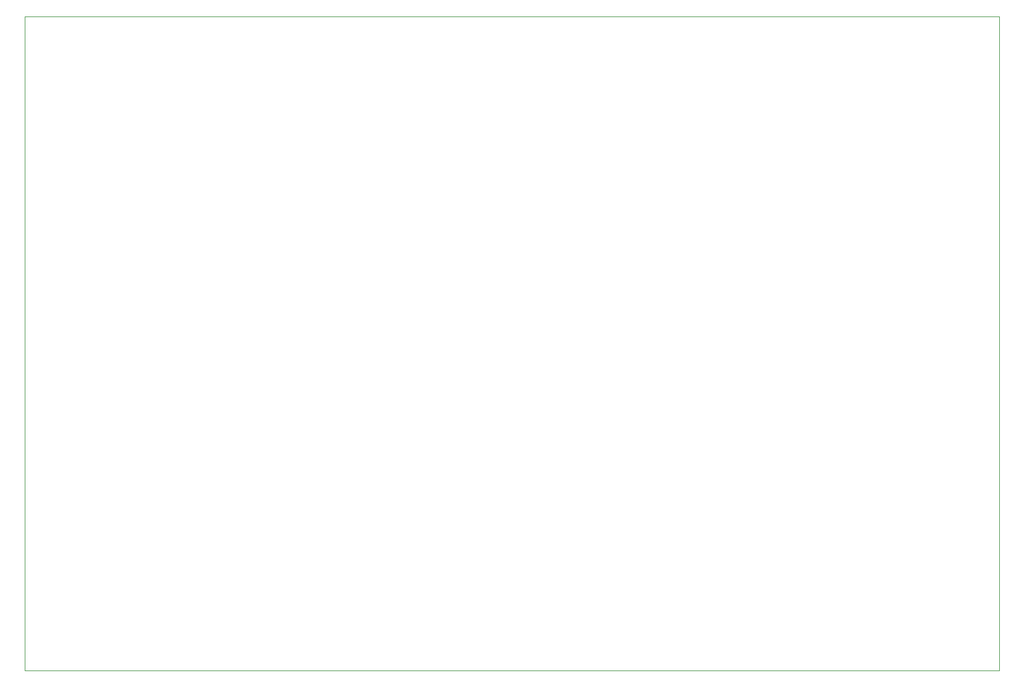
<source format=gm1>
G04 #@! TF.GenerationSoftware,KiCad,Pcbnew,(5.1.6)-1*
G04 #@! TF.CreationDate,2020-10-03T14:28:18-05:00*
G04 #@! TF.ProjectId,LEDs_RGB_cloud,4c454473-5f52-4474-925f-636c6f75642e,rev?*
G04 #@! TF.SameCoordinates,Original*
G04 #@! TF.FileFunction,Profile,NP*
%FSLAX46Y46*%
G04 Gerber Fmt 4.6, Leading zero omitted, Abs format (unit mm)*
G04 Created by KiCad (PCBNEW (5.1.6)-1) date 2020-10-03 14:28:18*
%MOMM*%
%LPD*%
G01*
G04 APERTURE LIST*
G04 #@! TA.AperFunction,Profile*
%ADD10C,0.050000*%
G04 #@! TD*
G04 APERTURE END LIST*
D10*
X45750000Y-113850000D02*
X45750000Y-19850000D01*
X185750000Y-113850000D02*
X45750000Y-113850000D01*
X185750000Y-19850000D02*
X185750000Y-113850000D01*
X45750000Y-19850000D02*
X185750000Y-19850000D01*
M02*

</source>
